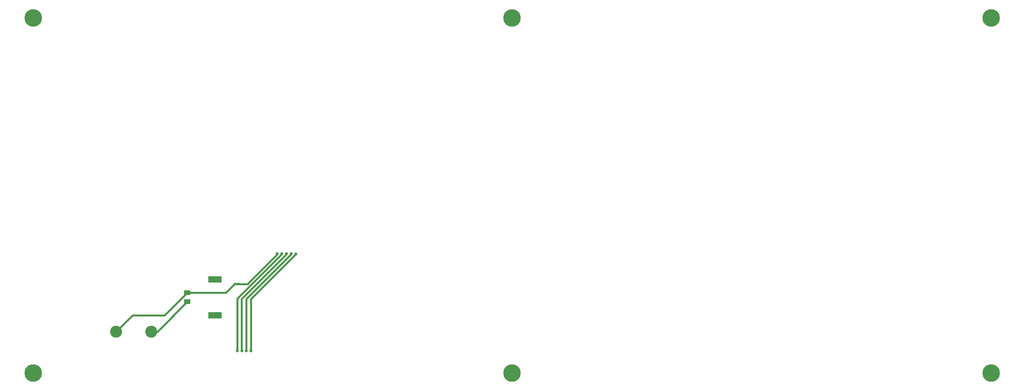
<source format=gbl>
%TF.GenerationSoftware,KiCad,Pcbnew,8.0.8*%
%TF.CreationDate,2025-03-15T17:30:35-07:00*%
%TF.ProjectId,Coil_Panel_XY,436f696c-5f50-4616-9e65-6c5f58592e6b,2.1*%
%TF.SameCoordinates,Original*%
%TF.FileFunction,Copper,L6,Bot*%
%TF.FilePolarity,Positive*%
%FSLAX46Y46*%
G04 Gerber Fmt 4.6, Leading zero omitted, Abs format (unit mm)*
G04 Created by KiCad (PCBNEW 8.0.8) date 2025-03-15 17:30:35*
%MOMM*%
%LPD*%
G01*
G04 APERTURE LIST*
%TA.AperFunction,EtchedComponent*%
%ADD10C,0.000000*%
%TD*%
%TA.AperFunction,ComponentPad*%
%ADD11C,2.600000*%
%TD*%
%TA.AperFunction,ConnectorPad*%
%ADD12C,3.800000*%
%TD*%
%TA.AperFunction,SMDPad,CuDef*%
%ADD13C,0.500000*%
%TD*%
%TA.AperFunction,SMDPad,CuDef*%
%ADD14R,1.450000X1.100000*%
%TD*%
%TA.AperFunction,SMDPad,CuDef*%
%ADD15R,2.899999X1.350000*%
%TD*%
%TA.AperFunction,ViaPad*%
%ADD16C,0.650000*%
%TD*%
%TA.AperFunction,Conductor*%
%ADD17C,0.450000*%
%TD*%
%TA.AperFunction,Conductor*%
%ADD18C,0.250000*%
%TD*%
G04 APERTURE END LIST*
D10*
%TA.AperFunction,EtchedComponent*%
G36*
X96984000Y-108524000D02*
G01*
X95984000Y-108524000D01*
X95984000Y-108024000D01*
X96984000Y-108024000D01*
X96984000Y-108524000D01*
G37*
%TD.AperFunction*%
D11*
X52371631Y-50586000D03*
D12*
X52371631Y-50586000D03*
D11*
X70348000Y-118626000D03*
X77968000Y-118626000D03*
X156121631Y-50586000D03*
D12*
X156121631Y-50586000D03*
D11*
X259871631Y-127586000D03*
D12*
X259871631Y-127586000D03*
D11*
X156121631Y-127586000D03*
D12*
X156121631Y-127586000D03*
D11*
X52371631Y-127586000D03*
D12*
X52371631Y-127586000D03*
D11*
X259871631Y-50586000D03*
D12*
X259871631Y-50586000D03*
D13*
X96984000Y-108274000D03*
X95984000Y-108274000D03*
D14*
X85754001Y-110145501D03*
X85754001Y-112145502D03*
D15*
X91729000Y-107250503D03*
X91729000Y-115040498D03*
D16*
X106269688Y-101733880D03*
X97633688Y-122783880D03*
X99568000Y-122783880D03*
X96617688Y-122783880D03*
X107285688Y-101733880D03*
X108301688Y-101733880D03*
X109317688Y-101756312D03*
X98552000Y-122783880D03*
X105253688Y-101733880D03*
D17*
X70348000Y-118626000D02*
X73917189Y-115056811D01*
X95984000Y-108274000D02*
X94112499Y-110145501D01*
X73917189Y-115056811D02*
X80842691Y-115056811D01*
X80842691Y-115056811D02*
X85754001Y-110145501D01*
X94112499Y-110145501D02*
X85754001Y-110145501D01*
D18*
X77968000Y-118626000D02*
X79198502Y-118626000D01*
D17*
X107285688Y-101733880D02*
X107285688Y-101756312D01*
X108301688Y-101756312D02*
X108301688Y-101733880D01*
X97536000Y-122686192D02*
X97633688Y-122783880D01*
X97536000Y-111506000D02*
X97536000Y-122686192D01*
X99568000Y-111506000D02*
X109317688Y-101756312D01*
X98552000Y-111506000D02*
X108301688Y-101756312D01*
X79273503Y-118626000D02*
X85754001Y-112145502D01*
D18*
X98864000Y-108264000D02*
X98854000Y-108274000D01*
D17*
X105253688Y-101733880D02*
X105253688Y-101874312D01*
X107285688Y-101756312D02*
X97536000Y-111506000D01*
X99568000Y-122783880D02*
X99568000Y-111506000D01*
X105253688Y-101874312D02*
X98864000Y-108264000D01*
X96617688Y-111408312D02*
X106269688Y-101756312D01*
X98552000Y-122783880D02*
X98552000Y-111506000D01*
X77968000Y-118626000D02*
X79273503Y-118626000D01*
X98854000Y-108274000D02*
X96984000Y-108274000D01*
X96617688Y-122783880D02*
X96617688Y-111408312D01*
X106269688Y-101756312D02*
X106269688Y-101733880D01*
M02*

</source>
